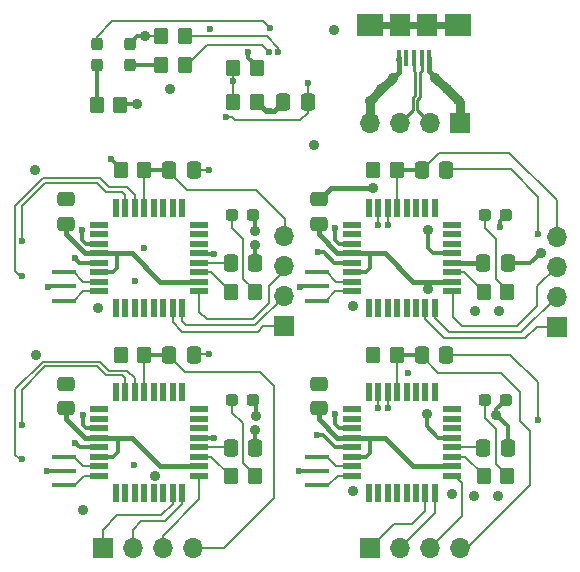
<source format=gbr>
%TF.GenerationSoftware,KiCad,Pcbnew,(6.0.4)*%
%TF.CreationDate,2022-03-26T16:13:01+01:00*%
%TF.ProjectId,Duino Coin,4475696e-6f20-4436-9f69-6e2e6b696361,rev?*%
%TF.SameCoordinates,Original*%
%TF.FileFunction,Copper,L1,Top*%
%TF.FilePolarity,Positive*%
%FSLAX46Y46*%
G04 Gerber Fmt 4.6, Leading zero omitted, Abs format (unit mm)*
G04 Created by KiCad (PCBNEW (6.0.4)) date 2022-03-26 16:13:01*
%MOMM*%
%LPD*%
G01*
G04 APERTURE LIST*
G04 Aperture macros list*
%AMRoundRect*
0 Rectangle with rounded corners*
0 $1 Rounding radius*
0 $2 $3 $4 $5 $6 $7 $8 $9 X,Y pos of 4 corners*
0 Add a 4 corners polygon primitive as box body*
4,1,4,$2,$3,$4,$5,$6,$7,$8,$9,$2,$3,0*
0 Add four circle primitives for the rounded corners*
1,1,$1+$1,$2,$3*
1,1,$1+$1,$4,$5*
1,1,$1+$1,$6,$7*
1,1,$1+$1,$8,$9*
0 Add four rect primitives between the rounded corners*
20,1,$1+$1,$2,$3,$4,$5,0*
20,1,$1+$1,$4,$5,$6,$7,0*
20,1,$1+$1,$6,$7,$8,$9,0*
20,1,$1+$1,$8,$9,$2,$3,0*%
G04 Aperture macros list end*
%TA.AperFunction,SMDPad,CuDef*%
%ADD10RoundRect,0.250000X0.337500X0.475000X-0.337500X0.475000X-0.337500X-0.475000X0.337500X-0.475000X0*%
%TD*%
%TA.AperFunction,SMDPad,CuDef*%
%ADD11RoundRect,0.250000X0.475000X-0.337500X0.475000X0.337500X-0.475000X0.337500X-0.475000X-0.337500X0*%
%TD*%
%TA.AperFunction,SMDPad,CuDef*%
%ADD12RoundRect,0.250000X-0.337500X-0.475000X0.337500X-0.475000X0.337500X0.475000X-0.337500X0.475000X0*%
%TD*%
%TA.AperFunction,SMDPad,CuDef*%
%ADD13RoundRect,0.237500X0.287500X0.237500X-0.287500X0.237500X-0.287500X-0.237500X0.287500X-0.237500X0*%
%TD*%
%TA.AperFunction,SMDPad,CuDef*%
%ADD14RoundRect,0.237500X0.237500X-0.287500X0.237500X0.287500X-0.237500X0.287500X-0.237500X-0.287500X0*%
%TD*%
%TA.AperFunction,SMDPad,CuDef*%
%ADD15R,1.500000X0.600000*%
%TD*%
%TA.AperFunction,SMDPad,CuDef*%
%ADD16R,0.600000X1.500000*%
%TD*%
%TA.AperFunction,SMDPad,CuDef*%
%ADD17R,0.400000X1.400000*%
%TD*%
%TA.AperFunction,SMDPad,CuDef*%
%ADD18R,2.300000X1.900000*%
%TD*%
%TA.AperFunction,SMDPad,CuDef*%
%ADD19R,1.800000X1.900000*%
%TD*%
%TA.AperFunction,SMDPad,CuDef*%
%ADD20RoundRect,0.250000X-0.350000X-0.450000X0.350000X-0.450000X0.350000X0.450000X-0.350000X0.450000X0*%
%TD*%
%TA.AperFunction,SMDPad,CuDef*%
%ADD21RoundRect,0.250000X0.350000X0.450000X-0.350000X0.450000X-0.350000X-0.450000X0.350000X-0.450000X0*%
%TD*%
%TA.AperFunction,SMDPad,CuDef*%
%ADD22R,2.000000X0.400000*%
%TD*%
%TA.AperFunction,ComponentPad*%
%ADD23R,1.700000X1.700000*%
%TD*%
%TA.AperFunction,ComponentPad*%
%ADD24O,1.700000X1.700000*%
%TD*%
%TA.AperFunction,ViaPad*%
%ADD25C,0.900000*%
%TD*%
%TA.AperFunction,ViaPad*%
%ADD26C,0.600000*%
%TD*%
%TA.AperFunction,Conductor*%
%ADD27C,0.200000*%
%TD*%
%TA.AperFunction,Conductor*%
%ADD28C,0.800000*%
%TD*%
%TA.AperFunction,Conductor*%
%ADD29C,0.300000*%
%TD*%
%TA.AperFunction,Conductor*%
%ADD30C,0.400000*%
%TD*%
%TA.AperFunction,Conductor*%
%ADD31C,0.600000*%
%TD*%
%TA.AperFunction,Conductor*%
%ADD32C,0.228600*%
%TD*%
G04 APERTURE END LIST*
D10*
%TO.P,C6,1*%
%TO.N,/DTR_2*%
X167720000Y-119408000D03*
%TO.P,C6,2*%
%TO.N,/SS2*%
X165645000Y-119408000D03*
%TD*%
%TO.P,C7,1*%
%TO.N,/DTR_3*%
X189119500Y-119408000D03*
%TO.P,C7,2*%
%TO.N,/SS3*%
X187044500Y-119408000D03*
%TD*%
%TO.P,C8,1*%
%TO.N,/DTR_1*%
X167725000Y-103787000D03*
%TO.P,C8,2*%
%TO.N,/SS1*%
X165650000Y-103787000D03*
%TD*%
%TO.P,C9,1*%
%TO.N,/DTR_4*%
X189119500Y-103787000D03*
%TO.P,C9,2*%
%TO.N,/SS4*%
X187044500Y-103787000D03*
%TD*%
D11*
%TO.P,C10,1*%
%TO.N,+5V*%
X156903500Y-123938000D03*
%TO.P,C10,2*%
%TO.N,GND*%
X156903500Y-121863000D03*
%TD*%
%TO.P,C11,1*%
%TO.N,+5V*%
X178303000Y-123938000D03*
%TO.P,C11,2*%
%TO.N,GND*%
X178303000Y-121863000D03*
%TD*%
%TO.P,C12,1*%
%TO.N,+5V*%
X156903500Y-108317000D03*
%TO.P,C12,2*%
%TO.N,GND*%
X156903500Y-106242000D03*
%TD*%
%TO.P,C13,1*%
%TO.N,+5V*%
X178303000Y-108317000D03*
%TO.P,C13,2*%
%TO.N,GND*%
X178303000Y-106242000D03*
%TD*%
D12*
%TO.P,C14,1*%
%TO.N,Net-(C14-Pad1)*%
X170852000Y-127282000D03*
%TO.P,C14,2*%
%TO.N,GND*%
X172927000Y-127282000D03*
%TD*%
%TO.P,C15,1*%
%TO.N,Net-(C15-Pad1)*%
X192251500Y-127282000D03*
%TO.P,C15,2*%
%TO.N,GND*%
X194326500Y-127282000D03*
%TD*%
%TO.P,C16,1*%
%TO.N,Net-(C16-Pad1)*%
X170852000Y-111661000D03*
%TO.P,C16,2*%
%TO.N,GND*%
X172927000Y-111661000D03*
%TD*%
%TO.P,C17,1*%
%TO.N,Net-(C17-Pad1)*%
X192251500Y-111661000D03*
%TO.P,C17,2*%
%TO.N,GND*%
X194326500Y-111661000D03*
%TD*%
D10*
%TO.P,C19,1*%
%TO.N,Net-(C19-Pad1)*%
X177377000Y-98044000D03*
%TO.P,C19,2*%
%TO.N,GND*%
X175302000Y-98044000D03*
%TD*%
D13*
%TO.P,D9,1*%
%TO.N,GND*%
X172764500Y-123218000D03*
%TO.P,D9,2*%
%TO.N,Net-(D9-Pad2)*%
X171014500Y-123218000D03*
%TD*%
%TO.P,D10,1*%
%TO.N,GND*%
X194164000Y-123218000D03*
%TO.P,D10,2*%
%TO.N,Net-(D10-Pad2)*%
X192414000Y-123218000D03*
%TD*%
%TO.P,D11,1*%
%TO.N,GND*%
X172764500Y-107597000D03*
%TO.P,D11,2*%
%TO.N,Net-(D11-Pad2)*%
X171014500Y-107597000D03*
%TD*%
%TO.P,D12,1*%
%TO.N,GND*%
X194164000Y-107597000D03*
%TO.P,D12,2*%
%TO.N,Net-(D12-Pad2)*%
X192414000Y-107597000D03*
%TD*%
D14*
%TO.P,D13,1*%
%TO.N,Net-(D13-Pad1)*%
X162306000Y-94855000D03*
%TO.P,D13,2*%
%TO.N,+3V3*%
X162306000Y-93105000D03*
%TD*%
%TO.P,D17,1*%
%TO.N,Net-(D17-Pad1)*%
X159512000Y-94855000D03*
%TO.P,D17,2*%
%TO.N,Net-(D17-Pad2)*%
X159512000Y-93105000D03*
%TD*%
D15*
%TO.P,IC1,1*%
%TO.N,Net-(IC1-Pad1)*%
X159702000Y-124037500D03*
%TO.P,IC1,2*%
%TO.N,Net-(IC1-Pad2)*%
X159702000Y-124837500D03*
%TO.P,IC1,3*%
%TO.N,GND*%
X159702000Y-125637500D03*
%TO.P,IC1,4*%
%TO.N,+5V*%
X159702000Y-126437500D03*
%TO.P,IC1,5*%
%TO.N,GND*%
X159702000Y-127237500D03*
%TO.P,IC1,6*%
%TO.N,+5V*%
X159702000Y-128037500D03*
%TO.P,IC1,7*%
%TO.N,Net-(IC1-Pad7)*%
X159702000Y-128837500D03*
%TO.P,IC1,8*%
%TO.N,Net-(IC1-Pad8)*%
X159702000Y-129637500D03*
D16*
%TO.P,IC1,9*%
%TO.N,Net-(IC1-Pad9)*%
X161152000Y-131087500D03*
%TO.P,IC1,10*%
%TO.N,Net-(IC1-Pad10)*%
X161952000Y-131087500D03*
%TO.P,IC1,11*%
%TO.N,Net-(IC1-Pad11)*%
X162752000Y-131087500D03*
%TO.P,IC1,12*%
%TO.N,Net-(IC1-Pad12)*%
X163552000Y-131087500D03*
%TO.P,IC1,13*%
%TO.N,Net-(IC1-Pad13)*%
X164352000Y-131087500D03*
%TO.P,IC1,14*%
%TO.N,Net-(IC1-Pad14)*%
X165152000Y-131087500D03*
%TO.P,IC1,15*%
%TO.N,/MOSI2*%
X165952000Y-131087500D03*
%TO.P,IC1,16*%
%TO.N,/MISO2*%
X166752000Y-131087500D03*
D15*
%TO.P,IC1,17*%
%TO.N,/SCK2*%
X168202000Y-129637500D03*
%TO.P,IC1,18*%
%TO.N,+5V*%
X168202000Y-128837500D03*
%TO.P,IC1,19*%
%TO.N,Net-(IC1-Pad19)*%
X168202000Y-128037500D03*
%TO.P,IC1,20*%
%TO.N,Net-(C14-Pad1)*%
X168202000Y-127237500D03*
%TO.P,IC1,21*%
%TO.N,GND*%
X168202000Y-126437500D03*
%TO.P,IC1,22*%
%TO.N,Net-(IC1-Pad22)*%
X168202000Y-125637500D03*
%TO.P,IC1,23*%
%TO.N,Net-(IC1-Pad23)*%
X168202000Y-124837500D03*
%TO.P,IC1,24*%
%TO.N,Net-(IC1-Pad24)*%
X168202000Y-124037500D03*
D16*
%TO.P,IC1,25*%
%TO.N,Net-(IC1-Pad25)*%
X166752000Y-122587500D03*
%TO.P,IC1,26*%
%TO.N,Net-(IC1-Pad26)*%
X165952000Y-122587500D03*
%TO.P,IC1,27*%
%TO.N,Net-(IC1-Pad27)*%
X165152000Y-122587500D03*
%TO.P,IC1,28*%
%TO.N,Net-(IC1-Pad28)*%
X164352000Y-122587500D03*
%TO.P,IC1,29*%
%TO.N,/SS2*%
X163552000Y-122587500D03*
%TO.P,IC1,30*%
%TO.N,/RXD_2*%
X162752000Y-122587500D03*
%TO.P,IC1,31*%
%TO.N,/TXD_2*%
X161952000Y-122587500D03*
%TO.P,IC1,32*%
%TO.N,Net-(IC1-Pad32)*%
X161152000Y-122587500D03*
%TD*%
D15*
%TO.P,IC2,1*%
%TO.N,Net-(IC2-Pad1)*%
X181101500Y-124037500D03*
%TO.P,IC2,2*%
%TO.N,Net-(IC2-Pad2)*%
X181101500Y-124837500D03*
%TO.P,IC2,3*%
%TO.N,GND*%
X181101500Y-125637500D03*
%TO.P,IC2,4*%
%TO.N,+5V*%
X181101500Y-126437500D03*
%TO.P,IC2,5*%
%TO.N,GND*%
X181101500Y-127237500D03*
%TO.P,IC2,6*%
%TO.N,+5V*%
X181101500Y-128037500D03*
%TO.P,IC2,7*%
%TO.N,Net-(IC2-Pad7)*%
X181101500Y-128837500D03*
%TO.P,IC2,8*%
%TO.N,Net-(IC2-Pad8)*%
X181101500Y-129637500D03*
D16*
%TO.P,IC2,9*%
%TO.N,Net-(IC2-Pad9)*%
X182551500Y-131087500D03*
%TO.P,IC2,10*%
%TO.N,Net-(IC2-Pad10)*%
X183351500Y-131087500D03*
%TO.P,IC2,11*%
%TO.N,Net-(IC2-Pad11)*%
X184151500Y-131087500D03*
%TO.P,IC2,12*%
%TO.N,Net-(IC2-Pad12)*%
X184951500Y-131087500D03*
%TO.P,IC2,13*%
%TO.N,Net-(IC2-Pad13)*%
X185751500Y-131087500D03*
%TO.P,IC2,14*%
%TO.N,Net-(IC2-Pad14)*%
X186551500Y-131087500D03*
%TO.P,IC2,15*%
%TO.N,/MOSI3*%
X187351500Y-131087500D03*
%TO.P,IC2,16*%
%TO.N,/MISO3*%
X188151500Y-131087500D03*
D15*
%TO.P,IC2,17*%
%TO.N,/SCK3*%
X189601500Y-129637500D03*
%TO.P,IC2,18*%
%TO.N,+5V*%
X189601500Y-128837500D03*
%TO.P,IC2,19*%
%TO.N,Net-(IC2-Pad19)*%
X189601500Y-128037500D03*
%TO.P,IC2,20*%
%TO.N,Net-(C15-Pad1)*%
X189601500Y-127237500D03*
%TO.P,IC2,21*%
%TO.N,GND*%
X189601500Y-126437500D03*
%TO.P,IC2,22*%
%TO.N,Net-(IC2-Pad22)*%
X189601500Y-125637500D03*
%TO.P,IC2,23*%
%TO.N,Net-(IC2-Pad23)*%
X189601500Y-124837500D03*
%TO.P,IC2,24*%
%TO.N,Net-(IC2-Pad24)*%
X189601500Y-124037500D03*
D16*
%TO.P,IC2,25*%
%TO.N,Net-(IC2-Pad25)*%
X188151500Y-122587500D03*
%TO.P,IC2,26*%
%TO.N,Net-(IC2-Pad26)*%
X187351500Y-122587500D03*
%TO.P,IC2,27*%
%TO.N,Net-(IC2-Pad27)*%
X186551500Y-122587500D03*
%TO.P,IC2,28*%
%TO.N,Net-(IC2-Pad28)*%
X185751500Y-122587500D03*
%TO.P,IC2,29*%
%TO.N,/SS3*%
X184951500Y-122587500D03*
%TO.P,IC2,30*%
%TO.N,/RXD_3*%
X184151500Y-122587500D03*
%TO.P,IC2,31*%
%TO.N,/TXD_3*%
X183351500Y-122587500D03*
%TO.P,IC2,32*%
%TO.N,Net-(IC2-Pad32)*%
X182551500Y-122587500D03*
%TD*%
D15*
%TO.P,IC4,1*%
%TO.N,Net-(IC4-Pad1)*%
X181101500Y-108416500D03*
%TO.P,IC4,2*%
%TO.N,Net-(IC4-Pad2)*%
X181101500Y-109216500D03*
%TO.P,IC4,3*%
%TO.N,GND*%
X181101500Y-110016500D03*
%TO.P,IC4,4*%
%TO.N,+5V*%
X181101500Y-110816500D03*
%TO.P,IC4,5*%
%TO.N,GND*%
X181101500Y-111616500D03*
%TO.P,IC4,6*%
%TO.N,+5V*%
X181101500Y-112416500D03*
%TO.P,IC4,7*%
%TO.N,Net-(IC4-Pad7)*%
X181101500Y-113216500D03*
%TO.P,IC4,8*%
%TO.N,Net-(IC4-Pad8)*%
X181101500Y-114016500D03*
D16*
%TO.P,IC4,9*%
%TO.N,Net-(IC4-Pad9)*%
X182551500Y-115466500D03*
%TO.P,IC4,10*%
%TO.N,Net-(IC4-Pad10)*%
X183351500Y-115466500D03*
%TO.P,IC4,11*%
%TO.N,Net-(IC4-Pad11)*%
X184151500Y-115466500D03*
%TO.P,IC4,12*%
%TO.N,Net-(IC4-Pad12)*%
X184951500Y-115466500D03*
%TO.P,IC4,13*%
%TO.N,Net-(IC4-Pad13)*%
X185751500Y-115466500D03*
%TO.P,IC4,14*%
%TO.N,Net-(IC4-Pad14)*%
X186551500Y-115466500D03*
%TO.P,IC4,15*%
%TO.N,/MOSI4*%
X187351500Y-115466500D03*
%TO.P,IC4,16*%
%TO.N,/MISO4*%
X188151500Y-115466500D03*
D15*
%TO.P,IC4,17*%
%TO.N,/SCK4*%
X189601500Y-114016500D03*
%TO.P,IC4,18*%
%TO.N,+5V*%
X189601500Y-113216500D03*
%TO.P,IC4,19*%
%TO.N,Net-(IC4-Pad19)*%
X189601500Y-112416500D03*
%TO.P,IC4,20*%
%TO.N,Net-(C17-Pad1)*%
X189601500Y-111616500D03*
%TO.P,IC4,21*%
%TO.N,GND*%
X189601500Y-110816500D03*
%TO.P,IC4,22*%
%TO.N,Net-(IC4-Pad22)*%
X189601500Y-110016500D03*
%TO.P,IC4,23*%
%TO.N,Net-(IC4-Pad23)*%
X189601500Y-109216500D03*
%TO.P,IC4,24*%
%TO.N,Net-(IC4-Pad24)*%
X189601500Y-108416500D03*
D16*
%TO.P,IC4,25*%
%TO.N,Net-(IC4-Pad25)*%
X188151500Y-106966500D03*
%TO.P,IC4,26*%
%TO.N,Net-(IC4-Pad26)*%
X187351500Y-106966500D03*
%TO.P,IC4,27*%
%TO.N,Net-(IC4-Pad27)*%
X186551500Y-106966500D03*
%TO.P,IC4,28*%
%TO.N,Net-(IC4-Pad28)*%
X185751500Y-106966500D03*
%TO.P,IC4,29*%
%TO.N,/SS4*%
X184951500Y-106966500D03*
%TO.P,IC4,30*%
%TO.N,/RXD_4*%
X184151500Y-106966500D03*
%TO.P,IC4,31*%
%TO.N,/TXD_4*%
X183351500Y-106966500D03*
%TO.P,IC4,32*%
%TO.N,Net-(IC4-Pad32)*%
X182551500Y-106966500D03*
%TD*%
D17*
%TO.P,J1,1*%
%TO.N,+5V*%
X187672500Y-94323500D03*
%TO.P,J1,2*%
%TO.N,/D-*%
X187022500Y-94323500D03*
%TO.P,J1,3*%
%TO.N,/D+*%
X186372500Y-94323500D03*
%TO.P,J1,4*%
%TO.N,Net-(J1-Pad4)*%
X185722500Y-94323500D03*
%TO.P,J1,5*%
%TO.N,GND*%
X185072500Y-94323500D03*
D18*
%TO.P,J1,6*%
%TO.N,Net-(J1-Pad6)*%
X190122500Y-91473500D03*
D19*
X185222500Y-91473500D03*
D18*
X182622500Y-91473500D03*
D19*
X187522500Y-91473500D03*
%TD*%
D20*
%TO.P,R17,1*%
%TO.N,+5V*%
X161555000Y-119408000D03*
%TO.P,R17,2*%
%TO.N,/SS2*%
X163555000Y-119408000D03*
%TD*%
%TO.P,R18,1*%
%TO.N,+5V*%
X182954500Y-119408000D03*
%TO.P,R18,2*%
%TO.N,/SS3*%
X184954500Y-119408000D03*
%TD*%
%TO.P,R19,1*%
%TO.N,+5V*%
X161555000Y-103787000D03*
%TO.P,R19,2*%
%TO.N,/SS1*%
X163555000Y-103787000D03*
%TD*%
%TO.P,R20,1*%
%TO.N,+5V*%
X182954500Y-103787000D03*
%TO.P,R20,2*%
%TO.N,/SS4*%
X184954500Y-103787000D03*
%TD*%
D21*
%TO.P,R21,1*%
%TO.N,Net-(D9-Pad2)*%
X172889500Y-129695000D03*
%TO.P,R21,2*%
%TO.N,Net-(IC1-Pad19)*%
X170889500Y-129695000D03*
%TD*%
%TO.P,R22,1*%
%TO.N,Net-(D10-Pad2)*%
X194289000Y-129695000D03*
%TO.P,R22,2*%
%TO.N,Net-(IC2-Pad19)*%
X192289000Y-129695000D03*
%TD*%
%TO.P,R23,1*%
%TO.N,Net-(D11-Pad2)*%
X172889500Y-114074000D03*
%TO.P,R23,2*%
%TO.N,Net-(IC3-Pad19)*%
X170889500Y-114074000D03*
%TD*%
%TO.P,R24,1*%
%TO.N,Net-(D12-Pad2)*%
X194289000Y-114074000D03*
%TO.P,R24,2*%
%TO.N,Net-(IC4-Pad19)*%
X192289000Y-114074000D03*
%TD*%
%TO.P,R25,1*%
%TO.N,+5V*%
X173085000Y-95123000D03*
%TO.P,R25,2*%
%TO.N,Net-(R25-Pad2)*%
X171085000Y-95123000D03*
%TD*%
D20*
%TO.P,R26,1*%
%TO.N,Net-(R25-Pad2)*%
X171085000Y-98044000D03*
%TO.P,R26,2*%
%TO.N,GND*%
X173085000Y-98044000D03*
%TD*%
%TO.P,R27,1*%
%TO.N,Net-(D13-Pad1)*%
X164989000Y-94869000D03*
%TO.P,R27,2*%
%TO.N,Net-(R27-Pad2)*%
X166989000Y-94869000D03*
%TD*%
%TO.P,R28,1*%
%TO.N,+3V3*%
X164989000Y-92456000D03*
%TO.P,R28,2*%
%TO.N,Net-(R28-Pad2)*%
X166989000Y-92456000D03*
%TD*%
%TO.P,R30,1*%
%TO.N,Net-(D17-Pad1)*%
X159528000Y-98234500D03*
%TO.P,R30,2*%
%TO.N,GND*%
X161528000Y-98234500D03*
%TD*%
D22*
%TO.P,Y1,1*%
%TO.N,Net-(IC1-Pad7)*%
X156776500Y-128050500D03*
%TO.P,Y1,2*%
%TO.N,GND*%
X156776500Y-129250500D03*
%TO.P,Y1,3*%
%TO.N,Net-(IC1-Pad8)*%
X156776500Y-130450500D03*
%TD*%
%TO.P,Y2,1*%
%TO.N,Net-(IC2-Pad7)*%
X178176000Y-128050500D03*
%TO.P,Y2,2*%
%TO.N,GND*%
X178176000Y-129250500D03*
%TO.P,Y2,3*%
%TO.N,Net-(IC2-Pad8)*%
X178176000Y-130450500D03*
%TD*%
%TO.P,Y3,1*%
%TO.N,Net-(IC3-Pad7)*%
X156776500Y-112429500D03*
%TO.P,Y3,2*%
%TO.N,GND*%
X156776500Y-113629500D03*
%TO.P,Y3,3*%
%TO.N,Net-(IC3-Pad8)*%
X156776500Y-114829500D03*
%TD*%
%TO.P,Y4,1*%
%TO.N,Net-(IC4-Pad7)*%
X178176000Y-112429500D03*
%TO.P,Y4,2*%
%TO.N,GND*%
X178176000Y-113629500D03*
%TO.P,Y4,3*%
%TO.N,Net-(IC4-Pad8)*%
X178176000Y-114829500D03*
%TD*%
D15*
%TO.P,IC3,1*%
%TO.N,Net-(IC3-Pad1)*%
X159702000Y-108416500D03*
%TO.P,IC3,2*%
%TO.N,Net-(IC3-Pad2)*%
X159702000Y-109216500D03*
%TO.P,IC3,3*%
%TO.N,GND*%
X159702000Y-110016500D03*
%TO.P,IC3,4*%
%TO.N,+5V*%
X159702000Y-110816500D03*
%TO.P,IC3,5*%
%TO.N,GND*%
X159702000Y-111616500D03*
%TO.P,IC3,6*%
%TO.N,+5V*%
X159702000Y-112416500D03*
%TO.P,IC3,7*%
%TO.N,Net-(IC3-Pad7)*%
X159702000Y-113216500D03*
%TO.P,IC3,8*%
%TO.N,Net-(IC3-Pad8)*%
X159702000Y-114016500D03*
D16*
%TO.P,IC3,9*%
%TO.N,Net-(IC3-Pad9)*%
X161152000Y-115466500D03*
%TO.P,IC3,10*%
%TO.N,Net-(IC3-Pad10)*%
X161952000Y-115466500D03*
%TO.P,IC3,11*%
%TO.N,Net-(IC3-Pad11)*%
X162752000Y-115466500D03*
%TO.P,IC3,12*%
%TO.N,Net-(IC3-Pad12)*%
X163552000Y-115466500D03*
%TO.P,IC3,13*%
%TO.N,Net-(IC3-Pad13)*%
X164352000Y-115466500D03*
%TO.P,IC3,14*%
%TO.N,Net-(IC3-Pad14)*%
X165152000Y-115466500D03*
%TO.P,IC3,15*%
%TO.N,/MOSI1*%
X165952000Y-115466500D03*
%TO.P,IC3,16*%
%TO.N,/MISO1*%
X166752000Y-115466500D03*
D15*
%TO.P,IC3,17*%
%TO.N,/SCK1*%
X168202000Y-114016500D03*
%TO.P,IC3,18*%
%TO.N,+5V*%
X168202000Y-113216500D03*
%TO.P,IC3,19*%
%TO.N,Net-(IC3-Pad19)*%
X168202000Y-112416500D03*
%TO.P,IC3,20*%
%TO.N,Net-(C16-Pad1)*%
X168202000Y-111616500D03*
%TO.P,IC3,21*%
%TO.N,GND*%
X168202000Y-110816500D03*
%TO.P,IC3,22*%
%TO.N,Net-(IC3-Pad22)*%
X168202000Y-110016500D03*
%TO.P,IC3,23*%
%TO.N,Net-(IC3-Pad23)*%
X168202000Y-109216500D03*
%TO.P,IC3,24*%
%TO.N,Net-(IC3-Pad24)*%
X168202000Y-108416500D03*
D16*
%TO.P,IC3,25*%
%TO.N,Net-(IC3-Pad25)*%
X166752000Y-106966500D03*
%TO.P,IC3,26*%
%TO.N,Net-(IC3-Pad26)*%
X165952000Y-106966500D03*
%TO.P,IC3,27*%
%TO.N,Net-(IC3-Pad27)*%
X165152000Y-106966500D03*
%TO.P,IC3,28*%
%TO.N,Net-(IC3-Pad28)*%
X164352000Y-106966500D03*
%TO.P,IC3,29*%
%TO.N,/SS1*%
X163552000Y-106966500D03*
%TO.P,IC3,30*%
%TO.N,/RXD_1*%
X162752000Y-106966500D03*
%TO.P,IC3,31*%
%TO.N,/TXD_1*%
X161952000Y-106966500D03*
%TO.P,IC3,32*%
%TO.N,Net-(IC3-Pad32)*%
X161152000Y-106966500D03*
%TD*%
D23*
%TO.P,J2,1*%
%TO.N,/MOSI4*%
X198450200Y-117043200D03*
D24*
%TO.P,J2,2*%
%TO.N,/MISO4*%
X198450200Y-114503200D03*
%TO.P,J2,3*%
%TO.N,/SCK4*%
X198450200Y-111963200D03*
%TO.P,J2,4*%
%TO.N,/SS4*%
X198450200Y-109423200D03*
%TD*%
D23*
%TO.P,J3,1*%
%TO.N,/MOSI3*%
X182664100Y-135801100D03*
D24*
%TO.P,J3,2*%
%TO.N,/MISO3*%
X185204100Y-135801100D03*
%TO.P,J3,3*%
%TO.N,/SCK3*%
X187744100Y-135801100D03*
%TO.P,J3,4*%
%TO.N,/SS3*%
X190284100Y-135801100D03*
%TD*%
D23*
%TO.P,J5,1*%
%TO.N,/MOSI2*%
X160020000Y-135775700D03*
D24*
%TO.P,J5,2*%
%TO.N,/MISO2*%
X162560000Y-135775700D03*
%TO.P,J5,3*%
%TO.N,/SCK2*%
X165100000Y-135775700D03*
%TO.P,J5,4*%
%TO.N,/SS2*%
X167640000Y-135775700D03*
%TD*%
D23*
%TO.P,J6,1*%
%TO.N,/MOSI1*%
X175417480Y-117012720D03*
D24*
%TO.P,J6,2*%
%TO.N,/MISO1*%
X175417480Y-114472720D03*
%TO.P,J6,3*%
%TO.N,/SCK1*%
X175417480Y-111932720D03*
%TO.P,J6,4*%
%TO.N,/SS1*%
X175417480Y-109392720D03*
%TD*%
D23*
%TO.P,J4,1*%
%TO.N,+5V*%
X190296800Y-99771200D03*
D24*
%TO.P,J4,2*%
%TO.N,/D-*%
X187756800Y-99771200D03*
%TO.P,J4,3*%
%TO.N,/D+*%
X185216800Y-99771200D03*
%TO.P,J4,4*%
%TO.N,GND*%
X182676800Y-99771200D03*
%TD*%
D25*
%TO.N,GND*%
X165760400Y-96926400D03*
D26*
X156763720Y-121813320D03*
D25*
X193357500Y-124510800D03*
D26*
X176733200Y-113639600D03*
D25*
X172923200Y-125780800D03*
D26*
X174193200Y-98806000D03*
X158292800Y-108813600D03*
D25*
X172923200Y-110134400D03*
X197104000Y-110782100D03*
D26*
X155346400Y-129235200D03*
X157683200Y-111252000D03*
X157012640Y-106126280D03*
X178155600Y-126238000D03*
D25*
X187553600Y-108864400D03*
X183616600Y-96951800D03*
D26*
X179730400Y-108661200D03*
X169113200Y-91846400D03*
X193700400Y-108610400D03*
X179730400Y-124460000D03*
D25*
X187452000Y-124460000D03*
D26*
X176631600Y-129235200D03*
X185851800Y-120929400D03*
D25*
X179578000Y-91948000D03*
X178303000Y-121863028D03*
X172923200Y-108915200D03*
X182900320Y-105333800D03*
D26*
X162661600Y-128778000D03*
X158343600Y-124510800D03*
X157683200Y-126847600D03*
X155397200Y-113639600D03*
D25*
X184607200Y-95961200D03*
X172974000Y-124561600D03*
X191427102Y-131394200D03*
X177952400Y-101650800D03*
X182676800Y-97891600D03*
D26*
X178257200Y-110744000D03*
D25*
X162966400Y-98196400D03*
D26*
X169468800Y-126441200D03*
D25*
X191528700Y-115709700D03*
D26*
X162763200Y-113131600D03*
X169468800Y-110845600D03*
D25*
%TO.N,+5V*%
X178303000Y-123957000D03*
X156903500Y-108317000D03*
X188193680Y-95945960D03*
D26*
X160731200Y-102870000D03*
D25*
X154391360Y-119390160D03*
X189141100Y-96944180D03*
X182930800Y-119430800D03*
D26*
X163499800Y-110363000D03*
D25*
X187528200Y-113880900D03*
X178303000Y-108317000D03*
X156903500Y-123938000D03*
X189585600Y-131216400D03*
X154330400Y-103784400D03*
X159664400Y-115417600D03*
X190136780Y-97881440D03*
D26*
X161645600Y-119024400D03*
D25*
X182930800Y-103835200D03*
X193569500Y-115697000D03*
X181254400Y-130962400D03*
X193533350Y-131354150D03*
X181254400Y-115316000D03*
X164465000Y-129654300D03*
X158394400Y-132537200D03*
D26*
X172339000Y-93802200D03*
%TO.N,Net-(R25-Pad2)*%
X171069000Y-96266000D03*
%TO.N,Net-(R27-Pad2)*%
X174117000Y-93789500D03*
%TO.N,Net-(R28-Pad2)*%
X174879000Y-93789500D03*
D25*
%TO.N,+3V3*%
X163576000Y-92456000D03*
D26*
%TO.N,Net-(D17-Pad2)*%
X174180500Y-91757500D03*
%TO.N,Net-(C19-Pad1)*%
X170484800Y-99314000D03*
X177419000Y-96393000D03*
%TO.N,/DTR_2*%
X169011600Y-119380000D03*
%TO.N,/DTR_3*%
X196850000Y-124917200D03*
%TO.N,/DTR_1*%
X169011600Y-103784400D03*
%TO.N,/DTR_4*%
X196900800Y-109220000D03*
%TO.N,/RXD_4*%
X184150000Y-108458000D03*
%TO.N,/TXD_4*%
X183337200Y-108458000D03*
%TO.N,/RXD_2*%
X153212800Y-128270000D03*
%TO.N,/TXD_2*%
X153212800Y-125323600D03*
%TO.N,/RXD_3*%
X184200800Y-123952000D03*
%TO.N,/TXD_3*%
X183337200Y-123952000D03*
%TO.N,/RXD_1*%
X153212800Y-112725200D03*
%TO.N,/TXD_1*%
X153212800Y-109778800D03*
%TD*%
D27*
%TO.N,Net-(IC1-Pad19)*%
X169232000Y-128037500D02*
X170889500Y-129695000D01*
X168202000Y-128037500D02*
X169232000Y-128037500D01*
X170832000Y-129637500D02*
X170889500Y-129695000D01*
X170889500Y-129695000D02*
X170889500Y-129948100D01*
%TO.N,Net-(IC2-Pad19)*%
X192289000Y-129586800D02*
X192289000Y-129695000D01*
X191820800Y-130163200D02*
X192289000Y-129695000D01*
X192231500Y-129637500D02*
X192289000Y-129695000D01*
X189601500Y-128037500D02*
X190739700Y-128037500D01*
X190739700Y-128037500D02*
X192289000Y-129586800D01*
%TO.N,Net-(IC3-Pad19)*%
X169232000Y-112416500D02*
X170889500Y-114074000D01*
X168202000Y-112416500D02*
X169232000Y-112416500D01*
%TO.N,Net-(IC4-Pad19)*%
X190631500Y-112416500D02*
X192289000Y-114074000D01*
X189601500Y-112416500D02*
X190631500Y-112416500D01*
D28*
%TO.N,GND*%
X182676800Y-97891600D02*
X182676800Y-99771200D01*
X183616600Y-96951800D02*
X182676800Y-97891600D01*
X184607200Y-95961200D02*
X183616600Y-96951800D01*
D29*
X172927000Y-127282000D02*
X172927000Y-125784600D01*
X158292800Y-108813600D02*
X158292800Y-109657300D01*
X180051500Y-110016500D02*
X179730400Y-109695400D01*
D30*
X173847000Y-98806000D02*
X173085000Y-98044000D01*
D29*
X172923200Y-108915200D02*
X172923200Y-107755700D01*
X194326500Y-127282000D02*
X194326500Y-125479800D01*
X158047700Y-111616500D02*
X157683200Y-111252000D01*
X181101500Y-125637500D02*
X180051500Y-125637500D01*
D30*
X185072500Y-95495900D02*
X184607200Y-95961200D01*
D29*
X176743300Y-113629500D02*
X176733200Y-113639600D01*
X158292800Y-109657300D02*
X158652000Y-110016500D01*
X158073100Y-127237500D02*
X157683200Y-126847600D01*
X194326500Y-111661000D02*
X196225100Y-111661000D01*
X172927000Y-110138200D02*
X172923200Y-110134400D01*
X194349300Y-127304800D02*
X194326500Y-127282000D01*
D30*
X174540000Y-98806000D02*
X175302000Y-98044000D01*
D29*
X193700400Y-108610400D02*
X193700400Y-108060600D01*
X181101500Y-111616500D02*
X179637700Y-111616500D01*
X194164000Y-123218000D02*
X193357500Y-124024500D01*
D30*
X174193200Y-98806000D02*
X174540000Y-98806000D01*
D29*
X172927000Y-125784600D02*
X172923200Y-125780800D01*
X172974000Y-124561600D02*
X172974000Y-123427500D01*
X193357500Y-124024500D02*
X193357500Y-124510800D01*
X158343600Y-125329100D02*
X158652000Y-125637500D01*
D30*
X182676800Y-97891600D02*
X182676800Y-97891600D01*
X179359560Y-105333800D02*
X182900320Y-105333800D01*
D29*
X169468800Y-110845600D02*
X168231100Y-110845600D01*
X176646900Y-129250500D02*
X176631600Y-129235200D01*
X179637700Y-111616500D02*
X178765200Y-110744000D01*
X172923200Y-107755700D02*
X172764500Y-107597000D01*
D30*
X178451360Y-106242000D02*
X179359560Y-105333800D01*
D29*
X180051500Y-125637500D02*
X179730400Y-125316400D01*
X181101500Y-127237500D02*
X179713900Y-127237500D01*
X179713900Y-127237500D02*
X178714400Y-126238000D01*
X178765200Y-110744000D02*
X178257200Y-110744000D01*
D30*
X185072500Y-94323500D02*
X185072500Y-95495900D01*
D29*
X161566100Y-98196400D02*
X161528000Y-98234500D01*
X172974000Y-123427500D02*
X172764500Y-123218000D01*
X155361700Y-129250500D02*
X155346400Y-129235200D01*
X158652000Y-125637500D02*
X159702000Y-125637500D01*
X168202000Y-126437500D02*
X169465100Y-126437500D01*
X178714400Y-126238000D02*
X178155600Y-126238000D01*
X155407300Y-113629500D02*
X155397200Y-113639600D01*
X162966400Y-98196400D02*
X161566100Y-98196400D01*
D30*
X174193200Y-98806000D02*
X173847000Y-98806000D01*
D29*
X178176000Y-129250500D02*
X176646900Y-129250500D01*
X168231100Y-110845600D02*
X168202000Y-110816500D01*
X178303000Y-121863000D02*
X178303000Y-121863028D01*
X172927000Y-111661000D02*
X172927000Y-110138200D01*
X187553600Y-110337600D02*
X187553600Y-108864400D01*
X178176000Y-113629500D02*
X176743300Y-113629500D01*
X187452000Y-125476000D02*
X188413500Y-126437500D01*
X169465100Y-126437500D02*
X169468800Y-126441200D01*
X158343600Y-124510800D02*
X158343600Y-125329100D01*
X156776500Y-113629500D02*
X155407300Y-113629500D01*
X194326500Y-125479800D02*
X193357500Y-124510800D01*
X181101500Y-110016500D02*
X180051500Y-110016500D01*
X188413500Y-126437500D02*
X189601500Y-126437500D01*
X196225100Y-111661000D02*
X197104000Y-110782100D01*
X179730400Y-109695400D02*
X179730400Y-108661200D01*
X188032500Y-110816500D02*
X187553600Y-110337600D01*
X159702000Y-127237500D02*
X158073100Y-127237500D01*
X158652000Y-110016500D02*
X159702000Y-110016500D01*
X189601500Y-110816500D02*
X188032500Y-110816500D01*
X156776500Y-129250500D02*
X155361700Y-129250500D01*
D30*
X185060400Y-94335600D02*
X185072500Y-94323500D01*
D29*
X159702000Y-111616500D02*
X158047700Y-111616500D01*
X193700400Y-108060600D02*
X194164000Y-107597000D01*
D30*
X178303000Y-106242000D02*
X178451360Y-106242000D01*
D29*
X179730400Y-125316400D02*
X179730400Y-124460000D01*
X187452000Y-124460000D02*
X187452000Y-125476000D01*
D27*
%TO.N,Net-(D9-Pad2)*%
X172889500Y-129607000D02*
X172889500Y-129695000D01*
X171894500Y-125222000D02*
X171894500Y-128612000D01*
X171894500Y-128612000D02*
X172889500Y-129607000D01*
X171014500Y-124342000D02*
X171894500Y-125222000D01*
X171014500Y-123218000D02*
X171014500Y-124342000D01*
%TO.N,Net-(D10-Pad2)*%
X193294000Y-128643750D02*
X194289000Y-129638750D01*
X192414000Y-123218000D02*
X192414000Y-124799200D01*
X194289000Y-129638750D02*
X194289000Y-129695000D01*
X193294000Y-125679200D02*
X193294000Y-128643750D01*
X192414000Y-124799200D02*
X193294000Y-125679200D01*
D29*
%TO.N,+5V*%
X182299700Y-112441900D02*
X182680500Y-112061100D01*
X182680500Y-112061100D02*
X182680500Y-110841900D01*
X181088800Y-112441900D02*
X182299700Y-112441900D01*
D30*
X159702000Y-110816500D02*
X162505500Y-110816500D01*
X162505500Y-110816500D02*
X164905500Y-113216500D01*
X164905500Y-113216500D02*
X168202000Y-113216500D01*
X178303000Y-108317000D02*
X178303000Y-108317000D01*
X178303000Y-109215000D02*
X179904500Y-110816500D01*
X179904500Y-110816500D02*
X181101500Y-110816500D01*
X156903500Y-123938000D02*
X156903500Y-124836000D01*
X178303000Y-123957000D02*
X178303000Y-124836000D01*
X156903500Y-108317000D02*
X156903500Y-109215000D01*
X178303000Y-108317000D02*
X178303000Y-109215000D01*
X162505500Y-126437500D02*
X164905500Y-128837500D01*
X159702000Y-126437500D02*
X161293700Y-126437500D01*
D29*
X182299700Y-128088300D02*
X182680500Y-127707500D01*
D30*
X186305000Y-113216500D02*
X189601500Y-113216500D01*
X178303000Y-124836000D02*
X179904500Y-126437500D01*
X183905000Y-126437500D02*
X186305000Y-128837500D01*
D29*
X159651200Y-112441900D02*
X160862100Y-112441900D01*
D30*
X158505000Y-110816500D02*
X159702000Y-110816500D01*
D29*
X160862100Y-112441900D02*
X161242900Y-112061100D01*
X159702000Y-128037500D02*
X160912900Y-128037500D01*
D30*
X156903500Y-123938000D02*
X156903500Y-123938000D01*
X183905000Y-110816500D02*
X186305000Y-113216500D01*
D29*
X161555000Y-103693800D02*
X160731200Y-102870000D01*
X172339000Y-94259400D02*
X173085000Y-95005400D01*
D30*
X161293700Y-126437500D02*
X162505500Y-126437500D01*
D29*
X172339000Y-93802200D02*
X172339000Y-94259400D01*
D30*
X186305000Y-128837500D02*
X189601500Y-128837500D01*
D28*
X189141100Y-96944180D02*
X189141100Y-96893380D01*
D30*
X187672500Y-94323500D02*
X187672500Y-95424780D01*
X164905500Y-128837500D02*
X168202000Y-128837500D01*
D28*
X190136780Y-97881440D02*
X190078360Y-97881440D01*
D29*
X182680500Y-127707500D02*
X182680500Y-126488300D01*
D30*
X181101500Y-110816500D02*
X183905000Y-110816500D01*
D29*
X161555000Y-103787000D02*
X161555000Y-103693800D01*
D28*
X190296800Y-98041460D02*
X190136780Y-97881440D01*
X189141100Y-96893380D02*
X188193680Y-95945960D01*
D30*
X156903500Y-124836000D02*
X158505000Y-126437500D01*
X158505000Y-126437500D02*
X159702000Y-126437500D01*
D29*
X161293700Y-127656700D02*
X161293700Y-126437500D01*
D30*
X181101500Y-126437500D02*
X183905000Y-126437500D01*
D28*
X190078360Y-97881440D02*
X189141100Y-96944180D01*
D29*
X173085000Y-95005400D02*
X173085000Y-95123000D01*
X181088800Y-128088300D02*
X182299700Y-128088300D01*
D28*
X190296800Y-99771200D02*
X190296800Y-98041460D01*
D30*
X179904500Y-126437500D02*
X181101500Y-126437500D01*
X187672500Y-95424780D02*
X188193680Y-95945960D01*
D29*
X160912900Y-128037500D02*
X161293700Y-127656700D01*
D30*
X156903500Y-109215000D02*
X158505000Y-110816500D01*
D29*
X161242900Y-112061100D02*
X161242900Y-110841900D01*
D30*
X178303000Y-123938000D02*
X178303000Y-123957000D01*
X156903500Y-108317000D02*
X156903500Y-108317000D01*
D27*
%TO.N,Net-(D11-Pad2)*%
X171894500Y-109601000D02*
X171894500Y-112966500D01*
X172889500Y-113961500D02*
X172889500Y-114074000D01*
X171014500Y-107597000D02*
X171014500Y-108721000D01*
X171014500Y-108721000D02*
X171894500Y-109601000D01*
X171894500Y-112966500D02*
X172889500Y-113961500D01*
%TO.N,Net-(D12-Pad2)*%
X193294000Y-109601000D02*
X193294000Y-112966500D01*
X194289000Y-113961500D02*
X194289000Y-114074000D01*
X193294000Y-112966500D02*
X194289000Y-113961500D01*
X192414000Y-107597000D02*
X192414000Y-108721000D01*
X192414000Y-108721000D02*
X193294000Y-109601000D01*
%TO.N,Net-(IC4-Pad8)*%
X179734500Y-114016500D02*
X178921500Y-114829500D01*
X181101500Y-114016500D02*
X179734500Y-114016500D01*
X178921500Y-114829500D02*
X178176000Y-114829500D01*
%TO.N,Net-(IC4-Pad7)*%
X181101500Y-113216500D02*
X179764500Y-113216500D01*
X179764500Y-113216500D02*
X178977500Y-112429500D01*
X178977500Y-112429500D02*
X178176000Y-112429500D01*
%TO.N,Net-(IC1-Pad8)*%
X157649000Y-130450500D02*
X156776500Y-130450500D01*
X158462000Y-129637500D02*
X157649000Y-130450500D01*
X159702000Y-129637500D02*
X158462000Y-129637500D01*
%TO.N,Net-(IC1-Pad7)*%
X156776500Y-128050500D02*
X157578000Y-128050500D01*
X158365000Y-128837500D02*
X159702000Y-128837500D01*
X157578000Y-128050500D02*
X158365000Y-128837500D01*
%TO.N,Net-(IC2-Pad8)*%
X179112000Y-130450500D02*
X178176000Y-130450500D01*
X181101500Y-129637500D02*
X179925000Y-129637500D01*
X179925000Y-129637500D02*
X179112000Y-130450500D01*
%TO.N,Net-(IC2-Pad7)*%
X178977500Y-128050500D02*
X178176000Y-128050500D01*
X181101500Y-128837500D02*
X179764500Y-128837500D01*
X179764500Y-128837500D02*
X178977500Y-128050500D01*
%TO.N,Net-(IC3-Pad8)*%
X158398500Y-114016500D02*
X157585500Y-114829500D01*
X157585500Y-114829500D02*
X156776500Y-114829500D01*
X159702000Y-114016500D02*
X158398500Y-114016500D01*
%TO.N,Net-(IC3-Pad7)*%
X158365000Y-113216500D02*
X157578000Y-112429500D01*
X159702000Y-113216500D02*
X158365000Y-113216500D01*
X157578000Y-112429500D02*
X156776500Y-112429500D01*
%TO.N,Net-(C14-Pad1)*%
X168202000Y-127237500D02*
X170807500Y-127237500D01*
X170807500Y-127237500D02*
X170852000Y-127282000D01*
%TO.N,Net-(C15-Pad1)*%
X192207000Y-127237500D02*
X192251500Y-127282000D01*
X189601500Y-127237500D02*
X192207000Y-127237500D01*
%TO.N,Net-(C16-Pad1)*%
X168202000Y-111616500D02*
X170807500Y-111616500D01*
X170807500Y-111616500D02*
X170852000Y-111661000D01*
D30*
%TO.N,Net-(C17-Pad1)*%
X189601500Y-111616500D02*
X192207000Y-111616500D01*
X192207000Y-111616500D02*
X192251500Y-111661000D01*
D29*
%TO.N,Net-(D13-Pad1)*%
X164975000Y-94855000D02*
X164989000Y-94869000D01*
X162306000Y-94855000D02*
X164975000Y-94855000D01*
%TO.N,Net-(D17-Pad1)*%
X159512000Y-98218500D02*
X159528000Y-98234500D01*
X159512000Y-94855000D02*
X159512000Y-98218500D01*
D27*
%TO.N,Net-(R25-Pad2)*%
X171085000Y-98044000D02*
X171085000Y-96282000D01*
X171085000Y-96282000D02*
X171069000Y-96266000D01*
X171069000Y-95139000D02*
X171085000Y-95123000D01*
X171069000Y-96266000D02*
X171069000Y-95139000D01*
%TO.N,Net-(R27-Pad2)*%
X166989000Y-94869000D02*
X167195500Y-94869000D01*
X173545500Y-93218000D02*
X174117000Y-93789500D01*
X167195500Y-94869000D02*
X168846500Y-93218000D01*
X168846500Y-93218000D02*
X173545500Y-93218000D01*
%TO.N,Net-(R28-Pad2)*%
X173926500Y-92456000D02*
X174879000Y-93408500D01*
X174879000Y-93408500D02*
X174879000Y-93789500D01*
X166989000Y-92456000D02*
X173926500Y-92456000D01*
%TO.N,+3V3*%
X164989000Y-92456000D02*
X164989000Y-92456000D01*
D29*
X162306000Y-93065600D02*
X162915600Y-92456000D01*
X162915600Y-92456000D02*
X163576000Y-92456000D01*
X162306000Y-93105000D02*
X162306000Y-93065600D01*
D27*
X164989000Y-92456000D02*
X163576000Y-92456000D01*
%TO.N,Net-(D17-Pad2)*%
X159512000Y-93105000D02*
X159512000Y-92519500D01*
X159512000Y-92519500D02*
X160845500Y-91186000D01*
X173609000Y-91186000D02*
X174180500Y-91757500D01*
X160845500Y-91186000D02*
X173609000Y-91186000D01*
%TO.N,Net-(C19-Pad1)*%
X177419000Y-98002000D02*
X177377000Y-98044000D01*
X171196000Y-99568000D02*
X170942000Y-99314000D01*
X177419000Y-96393000D02*
X177419000Y-98002000D01*
X177377000Y-98924200D02*
X176733200Y-99568000D01*
X176733200Y-99568000D02*
X171196000Y-99568000D01*
X170942000Y-99314000D02*
X170484800Y-99314000D01*
X177377000Y-98044000D02*
X177377000Y-98924200D01*
D31*
%TO.N,Net-(J1-Pad6)*%
X185222500Y-91473500D02*
X187522500Y-91473500D01*
X182622500Y-91473500D02*
X185222500Y-91473500D01*
X187522500Y-91473500D02*
X190122500Y-91473500D01*
D29*
%TO.N,/SS2*%
X163555000Y-119408000D02*
X165645000Y-119408000D01*
D27*
X167640000Y-135775700D02*
X170319700Y-135775700D01*
X167017700Y-120878600D02*
X165645000Y-119505900D01*
X173355000Y-120878600D02*
X167017700Y-120878600D01*
X174561500Y-122085100D02*
X173355000Y-120878600D01*
X170319700Y-135775700D02*
X174561500Y-131533900D01*
X165645000Y-119505900D02*
X165645000Y-119408000D01*
X174561500Y-131533900D02*
X174561500Y-122085100D01*
X163552000Y-122587500D02*
X163552000Y-119411000D01*
X163552000Y-119411000D02*
X163555000Y-119408000D01*
%TO.N,/DTR_2*%
X167727600Y-119380000D02*
X167725000Y-119382600D01*
X169011600Y-119380000D02*
X167727600Y-119380000D01*
%TO.N,/SS3*%
X190893700Y-135801100D02*
X196215000Y-130479800D01*
D29*
X184954500Y-119408000D02*
X187044500Y-119408000D01*
D27*
X188417200Y-120916700D02*
X187044500Y-119544000D01*
X184951500Y-119411000D02*
X184954500Y-119408000D01*
X195364100Y-122529600D02*
X193751200Y-120916700D01*
X187044500Y-119544000D02*
X187044500Y-119408000D01*
X190284100Y-135801100D02*
X190893700Y-135801100D01*
X196215000Y-130479800D02*
X196215000Y-125857000D01*
X193751200Y-120916700D02*
X188417200Y-120916700D01*
X196215000Y-125857000D02*
X195364100Y-125006100D01*
X195364100Y-125006100D02*
X195364100Y-122529600D01*
X184951500Y-122587500D02*
X184951500Y-119411000D01*
%TO.N,/DTR_3*%
X189119500Y-119408000D02*
X194541200Y-119408000D01*
X196850000Y-121716800D02*
X196850000Y-124917200D01*
X194541200Y-119408000D02*
X196850000Y-121716800D01*
%TO.N,/SS1*%
X175425100Y-109143800D02*
X175425100Y-107891580D01*
X165650000Y-103917840D02*
X165650000Y-103787000D01*
D29*
X163555000Y-103787000D02*
X165650000Y-103787000D01*
D27*
X172968920Y-105435400D02*
X167167560Y-105435400D01*
X167167560Y-105435400D02*
X165650000Y-103917840D01*
X163552000Y-106966500D02*
X163552000Y-103790000D01*
X163552000Y-103790000D02*
X163555000Y-103787000D01*
X175425100Y-107891580D02*
X172968920Y-105435400D01*
%TO.N,/DTR_1*%
X167727600Y-103784400D02*
X167725000Y-103787000D01*
X169011600Y-103784400D02*
X167727600Y-103784400D01*
%TO.N,/SS4*%
X198450200Y-106324400D02*
X194462400Y-102336600D01*
X194462400Y-102336600D02*
X188494900Y-102336600D01*
X188494900Y-102336600D02*
X187044500Y-103787000D01*
X184951500Y-103790000D02*
X184954500Y-103787000D01*
D29*
X184954500Y-103787000D02*
X187044500Y-103787000D01*
D27*
X198450200Y-109423200D02*
X198450200Y-106324400D01*
X184951500Y-106966500D02*
X184951500Y-103790000D01*
%TO.N,/DTR_4*%
X196900800Y-106019600D02*
X196900800Y-109220000D01*
X189170300Y-103710800D02*
X194592000Y-103710800D01*
X194592000Y-103710800D02*
X196900800Y-106019600D01*
%TO.N,/RXD_4*%
X184150000Y-108458000D02*
X184150000Y-106968000D01*
X184150000Y-106968000D02*
X184151500Y-106966500D01*
%TO.N,/TXD_4*%
X183337200Y-106980800D02*
X183351500Y-106966500D01*
X183337200Y-108458000D02*
X183337200Y-106980800D01*
%TO.N,/RXD_2*%
X160528000Y-120751600D02*
X159766000Y-119989600D01*
X162752000Y-122587500D02*
X162752000Y-121400800D01*
X154940000Y-119989600D02*
X152603200Y-122326400D01*
X159766000Y-119989600D02*
X154940000Y-119989600D01*
X162752000Y-121400800D02*
X162102800Y-120751600D01*
X152603200Y-127863600D02*
X153009600Y-128270000D01*
X152603200Y-122326400D02*
X152603200Y-127863600D01*
X153009600Y-128270000D02*
X153212800Y-128270000D01*
X162102800Y-120751600D02*
X160528000Y-120751600D01*
%TO.N,/TXD_2*%
X160324800Y-121158000D02*
X159562800Y-120396000D01*
X159562800Y-120396000D02*
X155143200Y-120396000D01*
X161952000Y-122587500D02*
X161952000Y-121413600D01*
X153162000Y-125272800D02*
X153212800Y-125323600D01*
X155143200Y-120396000D02*
X153162000Y-122377200D01*
X153162000Y-122377200D02*
X153162000Y-125272800D01*
X161952000Y-121413600D02*
X161696400Y-121158000D01*
X161696400Y-121158000D02*
X160324800Y-121158000D01*
%TO.N,/RXD_3*%
X184151500Y-122587500D02*
X184151500Y-123902700D01*
X184151500Y-123902700D02*
X184200800Y-123952000D01*
%TO.N,/TXD_3*%
X183351500Y-123937700D02*
X183337200Y-123952000D01*
X183351500Y-122587500D02*
X183351500Y-123937700D01*
%TO.N,/RXD_1*%
X153009600Y-112725200D02*
X153212800Y-112725200D01*
X162752000Y-105856000D02*
X162102800Y-105206800D01*
X154940000Y-104444800D02*
X152603200Y-106781600D01*
X160528000Y-105206800D02*
X159766000Y-104444800D01*
X162102800Y-105206800D02*
X160528000Y-105206800D01*
X152603200Y-106781600D02*
X152603200Y-112318800D01*
X152603200Y-112318800D02*
X153009600Y-112725200D01*
X162752000Y-107042700D02*
X162752000Y-105856000D01*
X159766000Y-104444800D02*
X154940000Y-104444800D01*
%TO.N,/TXD_1*%
X155143200Y-104851200D02*
X153162000Y-106832400D01*
X161696400Y-105613200D02*
X160324800Y-105613200D01*
X153162000Y-109728000D02*
X153212800Y-109778800D01*
X159562800Y-104851200D02*
X155143200Y-104851200D01*
X160324800Y-105613200D02*
X159562800Y-104851200D01*
X161952000Y-105868800D02*
X161696400Y-105613200D01*
X153162000Y-106832400D02*
X153162000Y-109728000D01*
X161952000Y-107042700D02*
X161952000Y-105868800D01*
D32*
%TO.N,/D-*%
X186888000Y-95508001D02*
X187022500Y-95373501D01*
X187756800Y-99771200D02*
X186677300Y-98691700D01*
X187022500Y-95373501D02*
X187022500Y-94323500D01*
X186677300Y-98691700D02*
X186677300Y-97818108D01*
X186677300Y-97818108D02*
X186888000Y-97607408D01*
X186888000Y-97607408D02*
X186888000Y-95508001D01*
%TO.N,/D+*%
X185216800Y-99771200D02*
X186296300Y-98691700D01*
X186372500Y-95373501D02*
X186372500Y-94323500D01*
X186507000Y-97449592D02*
X186507000Y-95508001D01*
X186507000Y-95508001D02*
X186372500Y-95373501D01*
X186296300Y-98691700D02*
X186296300Y-97660292D01*
X186296300Y-97660292D02*
X186507000Y-97449592D01*
D27*
%TO.N,/MOSI2*%
X160020000Y-134226300D02*
X160020000Y-135775700D01*
X165952000Y-131087500D02*
X165952000Y-132037500D01*
X164969700Y-133019800D02*
X161226500Y-133019800D01*
X161226500Y-133019800D02*
X160020000Y-134226300D01*
X165952000Y-132037500D02*
X164969700Y-133019800D01*
%TO.N,/MISO2*%
X166752000Y-131087500D02*
X166752000Y-132053600D01*
X163296600Y-133502400D02*
X162560000Y-134239000D01*
X165303200Y-133502400D02*
X163296600Y-133502400D01*
X162560000Y-134239000D02*
X162560000Y-135775700D01*
X166752000Y-132053600D02*
X165303200Y-133502400D01*
%TO.N,/SCK2*%
X168202000Y-131657700D02*
X168202000Y-129637500D01*
X165100000Y-134759700D02*
X168202000Y-131657700D01*
X165100000Y-135775700D02*
X165100000Y-134759700D01*
%TO.N,/MOSI3*%
X184721500Y-133743700D02*
X182664100Y-135801100D01*
X186207400Y-133743700D02*
X184721500Y-133743700D01*
X187351500Y-132599600D02*
X186207400Y-133743700D01*
X187351500Y-131087500D02*
X187351500Y-132599600D01*
%TO.N,/MISO3*%
X188151500Y-131087500D02*
X188151500Y-132790200D01*
X185204100Y-135737600D02*
X185204100Y-135801100D01*
X188151500Y-132790200D02*
X185204100Y-135737600D01*
%TO.N,/SCK3*%
X189822800Y-129637500D02*
X190474600Y-130289300D01*
X187744100Y-135788400D02*
X187744100Y-135801100D01*
X190474600Y-133057900D02*
X187744100Y-135788400D01*
X189601500Y-129637500D02*
X189822800Y-129637500D01*
X190474600Y-130289300D02*
X190474600Y-133057900D01*
%TO.N,/MOSI1*%
X173172120Y-117459760D02*
X166766240Y-117459760D01*
X173619160Y-117012720D02*
X173172120Y-117459760D01*
X165952000Y-116645520D02*
X165952000Y-115466500D01*
X175176180Y-117012720D02*
X173619160Y-117012720D01*
X166766240Y-117459760D02*
X165952000Y-116645520D01*
%TO.N,/MISO1*%
X175425100Y-114439700D02*
X172933360Y-116931440D01*
X172933360Y-116931440D02*
X167116760Y-116931440D01*
X175425100Y-114223800D02*
X175425100Y-114439700D01*
X167116760Y-116931440D02*
X166752000Y-116566680D01*
X166752000Y-116566680D02*
X166752000Y-115466500D01*
%TO.N,/SCK1*%
X175425100Y-112245140D02*
X174096680Y-113573560D01*
X172730160Y-116387880D02*
X168818560Y-116387880D01*
X168202000Y-115771320D02*
X168202000Y-114016500D01*
X174096680Y-113573560D02*
X174096680Y-115021360D01*
X168818560Y-116387880D02*
X168202000Y-115771320D01*
X174096680Y-115021360D02*
X172730160Y-116387880D01*
X175425100Y-111683800D02*
X175425100Y-112245140D01*
%TO.N,/MOSI4*%
X195821300Y-117995700D02*
X188930700Y-117995700D01*
X198450200Y-117043200D02*
X196773800Y-117043200D01*
X188930700Y-117995700D02*
X187351500Y-116416500D01*
X196773800Y-117043200D02*
X195821300Y-117995700D01*
X187351500Y-116416500D02*
X187351500Y-115466500D01*
%TO.N,/MISO4*%
X198450200Y-114503200D02*
X195465700Y-117487700D01*
X195465700Y-117487700D02*
X189369700Y-117487700D01*
X189369700Y-117487700D02*
X188151500Y-116269500D01*
X188151500Y-116269500D02*
X188151500Y-115466500D01*
%TO.N,/SCK4*%
X189674500Y-116205000D02*
X189674500Y-114089500D01*
X198450200Y-111963200D02*
X196824600Y-113588800D01*
X196824600Y-115265200D02*
X195110100Y-116979700D01*
X195110100Y-116979700D02*
X190449200Y-116979700D01*
X190449200Y-116979700D02*
X189674500Y-116205000D01*
X189674500Y-114089500D02*
X189601500Y-114016500D01*
X196824600Y-113588800D02*
X196824600Y-115265200D01*
%TD*%
M02*

</source>
